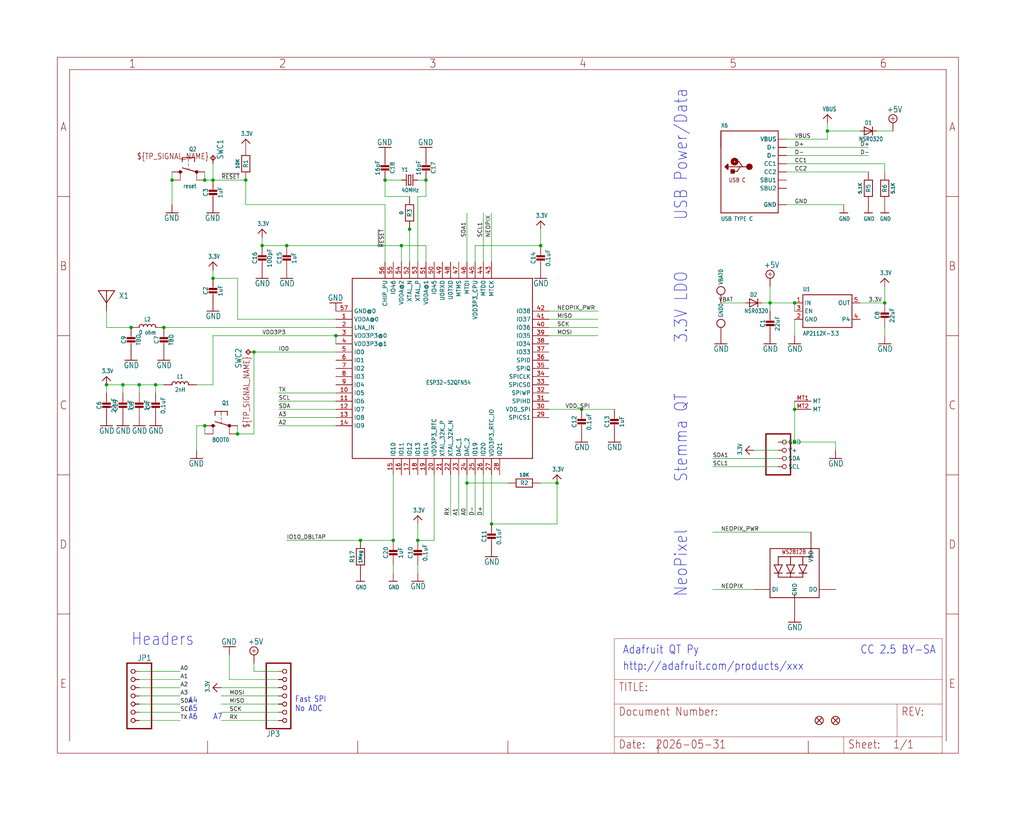
<source format=kicad_sch>
(kicad_sch (version 20230121) (generator eeschema)
  (paper "User" 317.5 254.127)
  (lib_symbols
    (symbol "working-eagle-import:+5V" (power)
      (property "Value" "+5V" (at -1.905 3.175 0))
      (symbol "+5V_1_0"
        (pin power_in line (at 0 -2.54 90) (length 2.54) (name "+5V") (number "1"))
      )
    )
    (symbol "working-eagle-import:3.3V" (power)
      (property "Value" "3.3V" (at -1.524 1.016 0))
      (symbol "3.3V_1_0"
        (pin power_in line (at 0 -2.54 90) (length 2.54) (name "3.3V") (number "1"))
      )
    )
    (symbol "working-eagle-import:ANTENNA_JOHANSON_2450AT18B100"
      (property "Reference" "X" (at 3.81 1.27 0))
      (symbol "ANTENNA_JOHANSON_2450AT18B100_1_0"
        (pin passive line (at 0 -2.54 90) (length 2.54) (name "P$1") (number "FP"))
      )
    )
    (symbol "working-eagle-import:CAP_CERAMIC0805-NOOUTLINE"
      (property "Reference" "C" (at -2.29 1.25 90))
      (symbol "CAP_CERAMIC0805-NOOUTLINE_1_0"
        (pin passive line (at 0 5.08 270) (length 2.54) (name "1") (number "1"))
        (pin passive line (at 0 -2.54 90) (length 2.54) (name "2") (number "2"))
      )
    )
    (symbol "working-eagle-import:CAP_CERAMIC_0402NO"
      (property "Reference" "C" (at -2.29 1.25 90))
      (symbol "CAP_CERAMIC_0402NO_1_0"
        (pin passive line (at 0 5.08 270) (length 2.54) (name "1") (number "1"))
        (pin passive line (at 0 -2.54 90) (length 2.54) (name "2") (number "2"))
      )
    )
    (symbol "working-eagle-import:CRYSTAL_2X1.6MM"
      (property "Reference" "Y" (at -2.54 2.54 0))
      (symbol "CRYSTAL_2X1.6MM_1_0"
        (pin passive line (at -2.54 0 0) (length 0) (name "1") (number "1"))
        (pin passive line (at 2.54 0 180) (length 0) (name "2") (number "3"))
      )
    )
    (symbol "working-eagle-import:DIODE_SOD323MINI"
      (property "Reference" "D" (at 0 2.54 0))
      (symbol "DIODE_SOD323MINI_1_0"
        (pin passive line (at -2.54 0 0) (length 2.54) (name "A") (number "A"))
        (pin passive line (at 2.54 0 180) (length 2.54) (name "C") (number "C"))
      )
    )
    (symbol "working-eagle-import:ESP32-S2QFN54"
      (symbol "ESP32-S2QFN54_1_0"
        (pin power_in line (at -33.02 15.24 0) (length 5.08) (name "VDDA@0") (number "1"))
        (pin bidirectional line (at -33.02 -7.62 0) (length 5.08) (name "IO5") (number "10"))
        (pin bidirectional line (at -33.02 -10.16 0) (length 5.08) (name "IO6") (number "11"))
        (pin bidirectional line (at -33.02 -12.7 0) (length 5.08) (name "IO7") (number "12"))
        (pin bidirectional line (at -33.02 -15.24 0) (length 5.08) (name "IO8") (number "13"))
        (pin bidirectional line (at -33.02 -17.78 0) (length 5.08) (name "IO9") (number "14"))
        (pin bidirectional line (at -15.24 -33.02 90) (length 5.08) (name "IO10") (number "15"))
        (pin bidirectional line (at -12.7 -33.02 90) (length 5.08) (name "IO11") (number "16"))
        (pin bidirectional line (at -10.16 -33.02 90) (length 5.08) (name "IO12") (number "17"))
        (pin bidirectional line (at -7.62 -33.02 90) (length 5.08) (name "IO13") (number "18"))
        (pin bidirectional line (at -5.08 -33.02 90) (length 5.08) (name "IO14") (number "19"))
        (pin bidirectional line (at -33.02 12.7 0) (length 5.08) (name "LNA_IN") (number "2"))
        (pin power_in line (at -2.54 -33.02 90) (length 5.08) (name "VDD3P3_RTC") (number "20"))
        (pin bidirectional line (at 0 -33.02 90) (length 5.08) (name "XTAL_32K_P") (number "21"))
        (pin bidirectional line (at 2.54 -33.02 90) (length 5.08) (name "XTAL_32K_N") (number "22"))
        (pin bidirectional line (at 5.08 -33.02 90) (length 5.08) (name "DAC_1") (number "23"))
        (pin bidirectional line (at 7.62 -33.02 90) (length 5.08) (name "DAC_2") (number "24"))
        (pin bidirectional line (at 10.16 -33.02 90) (length 5.08) (name "IO19") (number "25"))
        (pin bidirectional line (at 12.7 -33.02 90) (length 5.08) (name "IO20") (number "26"))
        (pin power_in line (at 15.24 -33.02 90) (length 5.08) (name "VDD3P3_RTC_IO") (number "27"))
        (pin bidirectional line (at 17.78 -33.02 90) (length 5.08) (name "IO21") (number "28"))
        (pin bidirectional line (at 33.02 -15.24 180) (length 5.08) (name "SPICS1") (number "29"))
        (pin power_in line (at -33.02 10.16 0) (length 5.08) (name "VDD3P3@0") (number "3"))
        (pin power_in line (at 33.02 -12.7 180) (length 5.08) (name "VDD_SPI") (number "30"))
        (pin bidirectional line (at 33.02 -10.16 180) (length 5.08) (name "SPIHD") (number "31"))
        (pin bidirectional line (at 33.02 -7.62 180) (length 5.08) (name "SPIWP") (number "32"))
        (pin bidirectional line (at 33.02 -5.08 180) (length 5.08) (name "SPICS0") (number "33"))
        (pin bidirectional line (at 33.02 -2.54 180) (length 5.08) (name "SPICLK") (number "34"))
        (pin bidirectional line (at 33.02 0 180) (length 5.08) (name "SPIQ") (number "35"))
        (pin bidirectional line (at 33.02 2.54 180) (length 5.08) (name "SPID") (number "36"))
        (pin bidirectional line (at 33.02 5.08 180) (length 5.08) (name "IO33") (number "37"))
        (pin bidirectional line (at 33.02 7.62 180) (length 5.08) (name "IO34") (number "38"))
        (pin bidirectional line (at 33.02 10.16 180) (length 5.08) (name "IO35") (number "39"))
        (pin power_in line (at -33.02 7.62 0) (length 5.08) (name "VDD3P3@1") (number "4"))
        (pin bidirectional line (at 33.02 12.7 180) (length 5.08) (name "IO36") (number "40"))
        (pin bidirectional line (at 33.02 15.24 180) (length 5.08) (name "IO37") (number "41"))
        (pin bidirectional line (at 33.02 17.78 180) (length 5.08) (name "IO38") (number "42"))
        (pin bidirectional line (at 15.24 33.02 270) (length 5.08) (name "MTCK") (number "43"))
        (pin bidirectional line (at 12.7 33.02 270) (length 5.08) (name "MTD0") (number "44"))
        (pin power_in line (at 10.16 33.02 270) (length 5.08) (name "VDD3P3_CPU") (number "45"))
        (pin bidirectional line (at 7.62 33.02 270) (length 5.08) (name "MTDI") (number "46"))
        (pin bidirectional line (at 5.08 33.02 270) (length 5.08) (name "MTMS") (number "47"))
        (pin bidirectional line (at 2.54 33.02 270) (length 5.08) (name "U0TXD") (number "48"))
        (pin bidirectional line (at 0 33.02 270) (length 5.08) (name "U0RXD") (number "49"))
        (pin bidirectional line (at -33.02 5.08 0) (length 5.08) (name "IO0") (number "5"))
        (pin bidirectional line (at -2.54 33.02 270) (length 5.08) (name "IO45") (number "50"))
        (pin power_in line (at -5.08 33.02 270) (length 5.08) (name "VDDA@1") (number "51"))
        (pin bidirectional line (at -10.16 33.02 270) (length 5.08) (name "XTAL_N") (number "52"))
        (pin bidirectional line (at -7.62 33.02 270) (length 5.08) (name "XTAL_P") (number "53"))
        (pin power_in line (at -12.7 33.02 270) (length 5.08) (name "VDDA@2") (number "54"))
        (pin input line (at -15.24 33.02 270) (length 5.08) (name "IO46") (number "55"))
        (pin input line (at -17.78 33.02 270) (length 5.08) (name "CHIP_PU") (number "56"))
        (pin power_in line (at -33.02 17.78 0) (length 5.08) (name "GND@0") (number "57"))
        (pin bidirectional line (at -33.02 2.54 0) (length 5.08) (name "IO1") (number "6"))
        (pin bidirectional line (at -33.02 0 0) (length 5.08) (name "IO2") (number "7"))
        (pin bidirectional line (at -33.02 -2.54 0) (length 5.08) (name "IO3") (number "8"))
        (pin bidirectional line (at -33.02 -5.08 0) (length 5.08) (name "IO4") (number "9"))
      )
    )
    (symbol "working-eagle-import:FIDUCIAL_1MM")
    (symbol "working-eagle-import:FRAME_A_L"
      (symbol "FRAME_A_L_1_0"
        (text "1" (at 23.2833 213.995 0) (effects (font (size 2.54 2.286))))
        (text "2" (at 69.85 213.995 0) (effects (font (size 2.54 2.286))))
        (text "3" (at 116.4167 213.995 0) (effects (font (size 2.54 2.286))))
        (text "4" (at 162.9833 213.995 0) (effects (font (size 2.54 2.286))))
        (text "5" (at 209.55 213.995 0) (effects (font (size 2.54 2.286))))
        (text "6" (at 256.1167 213.995 0) (effects (font (size 2.54 2.286))))
        (text "A" (at 1.905 194.31 0) (effects (font (size 2.54 2.286))))
        (text "A" (at 277.495 194.31 0) (effects (font (size 2.54 2.286))))
        (text "B" (at 1.905 151.13 0) (effects (font (size 2.54 2.286))))
        (text "B" (at 277.495 151.13 0) (effects (font (size 2.54 2.286))))
        (text "C" (at 1.905 107.95 0) (effects (font (size 2.54 2.286))))
        (text "C" (at 277.495 107.95 0) (effects (font (size 2.54 2.286))))
        (text "D" (at 1.905 64.77 0) (effects (font (size 2.54 2.286))))
        (text "D" (at 277.495 64.77 0) (effects (font (size 2.54 2.286))))
        (text "E" (at 1.905 21.59 0) (effects (font (size 2.54 2.286))))
        (text "E" (at 277.495 21.59 0) (effects (font (size 2.54 2.286))))
      )
      (symbol "FRAME_A_L_2_0"
        (text "${#}/${##}" (at 86.36 1.27 0) (effects (font (size 2.54 2.159)) (justify left bottom)))
        (text "${CURRENT_DATE}" (at 12.7 1.27 0) (effects (font (size 2.54 2.159)) (justify left bottom)))
        (text "${PROJECTNAME}" (at 17.78 19.05 0) (effects (font (size 2.54 2.159)) (justify left bottom)))
        (text "Date:" (at 1.27 1.27 0) (effects (font (size 2.54 2.159)) (justify left bottom)))
        (text "Document Number:" (at 1.27 11.43 0) (effects (font (size 2.54 2.159)) (justify left bottom)))
        (text "REV:" (at 88.9 11.43 0) (effects (font (size 2.54 2.159)) (justify left bottom)))
        (text "Sheet:" (at 72.39 1.27 0) (effects (font (size 2.54 2.159)) (justify left bottom)))
        (text "TITLE:" (at 1.27 19.05 0) (effects (font (size 2.54 2.159)) (justify left bottom)))
      )
    )
    (symbol "working-eagle-import:GND" (power)
      (property "Value" "GND" (at -2.54 -2.54 0))
      (symbol "GND_1_0"
        (pin power_in line (at 0 2.54 270) (length 2.54) (name "GND") (number "1"))
      )
    )
    (symbol "working-eagle-import:HEADER-1X7_CASTEL"
      (property "Reference" "JP" (at -6.35 10.795 0))
      (symbol "HEADER-1X7_CASTEL_1_0"
        (pin passive inverted (at -2.54 7.62 0) (length 2.54) (name "1") (number "1"))
        (pin passive inverted (at -2.54 7.62 0) (length 2.54) (name "1") (number "1C"))
        (pin passive inverted (at -2.54 5.08 0) (length 2.54) (name "2") (number "2"))
        (pin passive inverted (at -2.54 5.08 0) (length 2.54) (name "2") (number "2C"))
        (pin passive inverted (at -2.54 2.54 0) (length 2.54) (name "3") (number "3"))
        (pin passive inverted (at -2.54 2.54 0) (length 2.54) (name "3") (number "3C"))
        (pin passive inverted (at -2.54 0 0) (length 2.54) (name "4") (number "4"))
        (pin passive inverted (at -2.54 0 0) (length 2.54) (name "4") (number "4C"))
        (pin passive inverted (at -2.54 -2.54 0) (length 2.54) (name "5") (number "5"))
        (pin passive inverted (at -2.54 -2.54 0) (length 2.54) (name "5") (number "5C"))
        (pin passive inverted (at -2.54 -5.08 0) (length 2.54) (name "6") (number "6"))
        (pin passive inverted (at -2.54 -5.08 0) (length 2.54) (name "6") (number "6C"))
        (pin passive inverted (at -2.54 -7.62 0) (length 2.54) (name "7") (number "7"))
        (pin passive inverted (at -2.54 -7.62 0) (length 2.54) (name "7") (number "7C"))
      )
    )
    (symbol "working-eagle-import:INDUCTOR_0402"
      (property "Reference" "L" (at 0 2.54 0))
      (symbol "INDUCTOR_0402_1_0"
        (pin passive line (at -5.08 0 0) (length 2.54) (name "1") (number "1"))
        (pin passive line (at 5.08 0 180) (length 2.54) (name "2") (number "2"))
      )
    )
    (symbol "working-eagle-import:RESISTOR_0402NO"
      (property "Reference" "R" (at 0 2.54 0))
      (symbol "RESISTOR_0402NO_1_0"
        (pin passive line (at -5.08 0 0) (length 2.54) (name "1") (number "1"))
        (pin passive line (at 5.08 0 180) (length 2.54) (name "2") (number "2"))
      )
    )
    (symbol "working-eagle-import:STEMMA_I2C_QTSKINNY"
      (symbol "STEMMA_I2C_QTSKINNY_1_0"
        (pin passive inverted (at 0 5.08 0) (length 2.54) (name "GND") (number "1"))
        (pin passive inverted (at 0 2.54 0) (length 2.54) (name "V+") (number "2"))
        (pin passive inverted (at 0 0 0) (length 2.54) (name "SDA") (number "3"))
        (pin passive inverted (at 0 -2.54 0) (length 2.54) (name "SCL") (number "4"))
      )
      (symbol "STEMMA_I2C_QTSKINNY_2_0"
        (pin bidirectional line (at 0 0 0) (length 5.08) (name "MT") (number "MT1"))
      )
      (symbol "STEMMA_I2C_QTSKINNY_3_0"
        (pin bidirectional line (at 0 0 0) (length 5.08) (name "MT") (number "MT2"))
      )
    )
    (symbol "working-eagle-import:SWITCH_TACT_SMT4.6X2.8"
      (property "Reference" "SW" (at -2.54 6.35 0))
      (symbol "SWITCH_TACT_SMT4.6X2.8_1_0"
        (pin passive line (at -5.08 0 0) (length 2.54) (name "P") (number "A"))
        (pin passive line (at -5.08 -2.54 0) (length 2.54) (name "P1") (number "A'"))
        (pin passive line (at 5.08 0 180) (length 2.54) (name "S") (number "B"))
        (pin passive line (at 5.08 -2.54 180) (length 2.54) (name "S1") (number "B'"))
      )
    )
    (symbol "working-eagle-import:TESTPOINT_MINUS"
      (property "Reference" "TP" (at 0 5.588 90))
      (symbol "TESTPOINT_MINUS_1_0"
        (pin bidirectional line (at 0 0 90) (length 2.54) (name "P$1") (number "P$1"))
      )
    )
    (symbol "working-eagle-import:TESTPOINT_PLUS13"
      (property "Reference" "TP" (at 0 5.588 90))
      (symbol "TESTPOINT_PLUS13_1_0"
        (pin bidirectional line (at 0 0 90) (length 2.54) (name "P$1") (number "P$1"))
      )
    )
    (symbol "working-eagle-import:TPB1,27"
      (property "Reference" "TP" (at -1.27 1.27 0))
      (symbol "TPB1,27_1_0"
        (text "${TP_SIGNAL_NAME}" (at 1.27 -1.27 0) (effects (font (size 1.778 1.5113)) (justify left bottom)))
        (pin input line (at 0 -2.54 90) (length 2.54) (name "TP") (number "TP"))
      )
    )
    (symbol "working-eagle-import:USB_C"
      (property "Reference" "X" (at -10.16 13.716 0))
      (symbol "USB_C_1_0"
        (text "USB C" (at -5.08 -2.54 0) (effects (font (size 1.27 1.0795))))
        (pin power_in line (at 10.16 -10.16 180) (length 2.54) (name "GND") (number "A1B12"))
        (pin power_in line (at 10.16 10.16 180) (length 2.54) (name "VBUS") (number "A4B9"))
        (pin bidirectional line (at 10.16 2.54 180) (length 2.54) (name "CC1") (number "A5"))
        (pin bidirectional line (at 10.16 7.62 180) (length 2.54) (name "D+") (number "A6"))
        (pin bidirectional line (at 10.16 5.08 180) (length 2.54) (name "D-") (number "A7"))
        (pin bidirectional line (at 10.16 -2.54 180) (length 2.54) (name "SBU1") (number "A8"))
        (pin power_in line (at 10.16 -10.16 180) (length 2.54) (name "GND") (number "B1A12"))
        (pin power_in line (at 10.16 10.16 180) (length 2.54) (name "VBUS") (number "B4A9"))
        (pin bidirectional line (at 10.16 0 180) (length 2.54) (name "CC2") (number "B5"))
        (pin bidirectional line (at 10.16 7.62 180) (length 2.54) (name "D+") (number "B6"))
        (pin bidirectional line (at 10.16 5.08 180) (length 2.54) (name "D-") (number "B7"))
        (pin bidirectional line (at 10.16 -5.08 180) (length 2.54) (name "SBU2") (number "B8"))
      )
    )
    (symbol "working-eagle-import:VBUS" (power)
      (property "Value" "VBUS" (at -1.524 1.016 0))
      (symbol "VBUS_1_0"
        (pin power_in line (at 0 -2.54 90) (length 2.54) (name "VBUS") (number "1"))
      )
    )
    (symbol "working-eagle-import:VREG_SOT23-5"
      (property "Reference" "U" (at -7.62 6.096 0))
      (symbol "VREG_SOT23-5_1_0"
        (pin power_in line (at -10.16 2.54 0) (length 2.54) (name "IN") (number "1"))
        (pin power_in line (at -10.16 -2.54 0) (length 2.54) (name "GND") (number "2"))
        (pin input line (at -10.16 0 0) (length 2.54) (name "EN") (number "3"))
        (pin bidirectional line (at 10.16 -2.54 180) (length 2.54) (name "P4") (number "4"))
        (pin power_in line (at 10.16 2.54 180) (length 2.54) (name "OUT") (number "5"))
      )
    )
    (symbol "working-eagle-import:WS2812B_SK6805_1515"
      (symbol "WS2812B_SK6805_1515_1_0"
        (text "WS2812B" (at -4.064 8.382 0) (effects (font (size 1.27 1.0795)) (justify left bottom)))
        (pin input line (at -12.7 -2.54 0) (length 5.08) (name "DI") (number "1"))
        (pin power_in line (at 5.08 15.24 270) (length 5.08) (name "VDD") (number "2"))
        (pin output line (at 12.7 -2.54 180) (length 5.08) (name "DO") (number "3"))
        (pin power_in line (at 0 -10.16 90) (length 5.08) (name "GND") (number "4"))
      )
    )
    (symbol "working-eagle-import:microbuilder_GND" (power)
      (property "Value" "microbuilder_GND" (at -1.524 -2.54 0))
      (symbol "microbuilder_GND_1_0"
        (pin power_in line (at 0 2.54 270) (length 2.54) (name "GND") (number "1"))
      )
    )
  )
  (junction (at 238.76 93.98))
  (junction (at 132.08 55.88))
  (junction (at 66.04 55.88))
  (junction (at 76.2 55.88))
  (junction (at 104.14 104.14))
  (junction (at 119.38 55.88))
  (junction (at 63.5 55.88))
  (junction (at 111.76 167.64))
  (junction (at 40.64 101.6))
  (junction (at 152.4 162.56))
  (junction (at 274.32 93.98))
  (junction (at 172.72 149.86))
  (junction (at 33.02 119.38))
  (junction (at 73.66 134.62))
  (junction (at 43.18 119.38))
  (junction (at 50.8 101.6))
  (junction (at 256.54 40.64))
  (junction (at 38.1 119.38))
  (junction (at 121.92 167.64))
  (junction (at 48.26 119.38))
  (junction (at 63.5 132.08))
  (junction (at 144.78 149.86))
  (junction (at 180.34 127))
  (junction (at 78.74 109.22))
  (junction (at 88.9 76.2))
  (junction (at 66.04 86.36))
  (junction (at 127 71.12))
  (junction (at 246.38 137.16))
  (junction (at 81.28 76.2))
  (junction (at 124.46 76.2))
  (junction (at 53.34 55.88))
  (junction (at 167.64 76.2))
  (junction (at 246.38 127))
  (junction (at 246.38 93.98))
  (junction (at 129.54 167.64))
  (wire (pts (xy 48.26 119.38) (xy 48.26 121.92)) (stroke (width 0.1524)))
  (wire (pts (xy 76.2 55.88) (xy 76.2 63.5)) (stroke (width 0.1524)))
  (wire (pts (xy 55.88 208.28) (xy 43.18 208.28)) (stroke (width 0.1524)))
  (wire (pts (xy 152.4 162.56) (xy 172.72 162.56)) (stroke (width 0.1524)))
  (wire (pts (xy 266.7 93.98) (xy 274.32 93.98)) (stroke (width 0.1524)))
  (wire (pts (xy 86.36 210.82) (xy 71.12 210.82)) (stroke (width 0.1524)))
  (wire (pts (xy 144.78 149.86) (xy 157.48 149.86)) (stroke (width 0.1524)))
  (wire (pts (xy 129.54 167.64) (xy 134.62 167.64)) (stroke (width 0.1524)))
  (wire (pts (xy 274.32 50.8) (xy 274.32 53.34)) (stroke (width 0.1524)))
  (wire (pts (xy 73.66 134.62) (xy 78.74 134.62)) (stroke (width 0.1524)))
  (wire (pts (xy 66.04 50.8) (xy 66.04 55.88)) (stroke (width 0.1524)))
  (wire (pts (xy 134.62 167.64) (xy 134.62 147.32)) (stroke (width 0.1524)))
  (wire (pts (xy 48.26 119.38) (xy 43.18 119.38)) (stroke (width 0.1524)))
  (wire (pts (xy 86.36 129.54) (xy 104.14 129.54)) (stroke (width 0.1524)))
  (wire (pts (xy 238.76 88.9) (xy 238.76 93.98)) (stroke (width 0.1524)))
  (wire (pts (xy 66.04 83.82) (xy 66.04 86.36)) (stroke (width 0.1524)))
  (wire (pts (xy 55.88 218.44) (xy 43.18 218.44)) (stroke (width 0.1524)))
  (wire (pts (xy 78.74 208.28) (xy 78.74 205.74)) (stroke (width 0.1524)))
  (wire (pts (xy 147.32 81.28) (xy 147.32 76.2)) (stroke (width 0.1524)))
  (wire (pts (xy 251.46 165.1) (xy 220.98 165.1)) (stroke (width 0.1524)))
  (wire (pts (xy 259.08 137.16) (xy 259.08 139.7)) (stroke (width 0.1524)))
  (wire (pts (xy 60.96 139.7) (xy 60.96 132.08)) (stroke (width 0.1524)))
  (wire (pts (xy 241.3 139.7) (xy 233.68 139.7)) (stroke (width 0.1524)))
  (wire (pts (xy 43.18 223.52) (xy 55.88 223.52)) (stroke (width 0.1524)))
  (wire (pts (xy 86.36 213.36) (xy 68.58 213.36)) (stroke (width 0.1524)))
  (wire (pts (xy 170.18 104.14) (xy 185.42 104.14)) (stroke (width 0.1524)))
  (wire (pts (xy 256.54 40.64) (xy 266.7 40.64)) (stroke (width 0.1524)))
  (wire (pts (xy 144.78 81.28) (xy 144.78 66.04)) (stroke (width 0.1524)))
  (wire (pts (xy 132.08 76.2) (xy 124.46 76.2)) (stroke (width 0.1524)))
  (wire (pts (xy 246.38 127) (xy 246.38 137.16)) (stroke (width 0.1524)))
  (wire (pts (xy 73.66 132.08) (xy 73.66 134.62)) (stroke (width 0.1524)))
  (wire (pts (xy 86.36 220.98) (xy 68.58 220.98)) (stroke (width 0.1524)))
  (wire (pts (xy 53.34 53.34) (xy 53.34 55.88)) (stroke (width 0.1524)))
  (wire (pts (xy 243.84 50.8) (xy 274.32 50.8)) (stroke (width 0.1524)))
  (wire (pts (xy 238.76 93.98) (xy 246.38 93.98)) (stroke (width 0.1524)))
  (wire (pts (xy 243.84 53.34) (xy 269.24 53.34)) (stroke (width 0.1524)))
  (wire (pts (xy 86.36 223.52) (xy 68.58 223.52)) (stroke (width 0.1524)))
  (wire (pts (xy 86.36 124.46) (xy 104.14 124.46)) (stroke (width 0.1524)))
  (wire (pts (xy 147.32 160.02) (xy 147.32 147.32)) (stroke (width 0.1524)))
  (wire (pts (xy 167.64 76.2) (xy 167.64 71.12)) (stroke (width 0.1524)))
  (wire (pts (xy 38.1 119.38) (xy 33.02 119.38)) (stroke (width 0.1524)))
  (wire (pts (xy 71.12 210.82) (xy 71.12 203.2)) (stroke (width 0.1524)))
  (wire (pts (xy 170.18 127) (xy 180.34 127)) (stroke (width 0.1524)))
  (wire (pts (xy 121.92 147.32) (xy 121.92 167.64)) (stroke (width 0.1524)))
  (wire (pts (xy 274.32 88.9) (xy 274.32 93.98)) (stroke (width 0.1524)))
  (wire (pts (xy 241.3 137.16) (xy 246.38 137.16)) (stroke (width 0.1524)))
  (wire (pts (xy 86.36 208.28) (xy 78.74 208.28)) (stroke (width 0.1524)))
  (wire (pts (xy 78.74 134.62) (xy 78.74 109.22)) (stroke (width 0.1524)))
  (wire (pts (xy 86.36 121.92) (xy 104.14 121.92)) (stroke (width 0.1524)))
  (wire (pts (xy 129.54 60.96) (xy 132.08 60.96)) (stroke (width 0.1524)))
  (wire (pts (xy 66.04 119.38) (xy 60.96 119.38)) (stroke (width 0.1524)))
  (wire (pts (xy 33.02 101.6) (xy 33.02 96.52)) (stroke (width 0.1524)))
  (wire (pts (xy 274.32 104.14) (xy 274.32 101.6)) (stroke (width 0.1524)))
  (wire (pts (xy 50.8 119.38) (xy 48.26 119.38)) (stroke (width 0.1524)))
  (wire (pts (xy 243.84 48.26) (xy 269.24 48.26)) (stroke (width 0.1524)))
  (wire (pts (xy 88.9 76.2) (xy 124.46 76.2)) (stroke (width 0.1524)))
  (wire (pts (xy 246.38 96.52) (xy 246.38 93.98)) (stroke (width 0.1524)))
  (wire (pts (xy 170.18 96.52) (xy 185.42 96.52)) (stroke (width 0.1524)))
  (wire (pts (xy 223.52 93.98) (xy 231.14 93.98)) (stroke (width 0.1524)))
  (wire (pts (xy 63.5 55.88) (xy 66.04 55.88)) (stroke (width 0.1524)))
  (wire (pts (xy 127 71.12) (xy 127 68.58)) (stroke (width 0.1524)))
  (wire (pts (xy 147.32 76.2) (xy 167.64 76.2)) (stroke (width 0.1524)))
  (wire (pts (xy 63.5 55.88) (xy 63.5 53.34)) (stroke (width 0.1524)))
  (wire (pts (xy 104.14 109.22) (xy 78.74 109.22)) (stroke (width 0.1524)))
  (wire (pts (xy 60.96 132.08) (xy 63.5 132.08)) (stroke (width 0.1524)))
  (wire (pts (xy 53.34 63.5) (xy 53.34 55.88)) (stroke (width 0.1524)))
  (wire (pts (xy 243.84 45.72) (xy 269.24 45.72)) (stroke (width 0.1524)))
  (wire (pts (xy 172.72 162.56) (xy 172.72 149.86)) (stroke (width 0.1524)))
  (wire (pts (xy 170.18 99.06) (xy 185.42 99.06)) (stroke (width 0.1524)))
  (wire (pts (xy 127 81.28) (xy 127 71.12)) (stroke (width 0.1524)))
  (wire (pts (xy 40.64 101.6) (xy 33.02 101.6)) (stroke (width 0.1524)))
  (wire (pts (xy 246.38 137.16) (xy 259.08 137.16)) (stroke (width 0.1524)))
  (wire (pts (xy 246.38 99.06) (xy 246.38 104.14)) (stroke (width 0.1524)))
  (wire (pts (xy 86.36 218.44) (xy 68.58 218.44)) (stroke (width 0.1524)))
  (wire (pts (xy 43.18 215.9) (xy 55.88 215.9)) (stroke (width 0.1524)))
  (wire (pts (xy 144.78 160.02) (xy 144.78 149.86)) (stroke (width 0.1524)))
  (wire (pts (xy 86.36 215.9) (xy 68.58 215.9)) (stroke (width 0.1524)))
  (wire (pts (xy 121.92 177.8) (xy 121.92 175.26)) (stroke (width 0.1524)))
  (wire (pts (xy 104.14 104.14) (xy 66.04 104.14)) (stroke (width 0.1524)))
  (wire (pts (xy 236.22 93.98) (xy 238.76 93.98)) (stroke (width 0.1524)))
  (wire (pts (xy 233.68 182.88) (xy 220.98 182.88)) (stroke (width 0.1524)))
  (wire (pts (xy 132.08 60.96) (xy 132.08 55.88)) (stroke (width 0.1524)))
  (wire (pts (xy 144.78 149.86) (xy 144.78 147.32)) (stroke (width 0.1524)))
  (wire (pts (xy 180.34 127) (xy 190.5 127)) (stroke (width 0.1524)))
  (wire (pts (xy 81.28 73.66) (xy 81.28 76.2)) (stroke (width 0.1524)))
  (wire (pts (xy 149.86 160.02) (xy 149.86 147.32)) (stroke (width 0.1524)))
  (wire (pts (xy 167.64 149.86) (xy 172.72 149.86)) (stroke (width 0.1524)))
  (wire (pts (xy 246.38 124.46) (xy 246.38 127)) (stroke (width 0.1524)))
  (wire (pts (xy 73.66 99.06) (xy 73.66 86.36)) (stroke (width 0.1524)))
  (wire (pts (xy 73.66 86.36) (xy 66.04 86.36)) (stroke (width 0.1524)))
  (wire (pts (xy 256.54 43.18) (xy 243.84 43.18)) (stroke (width 0.1524)))
  (wire (pts (xy 139.7 147.32) (xy 139.7 160.02)) (stroke (width 0.1524)))
  (wire (pts (xy 271.78 40.64) (xy 276.86 40.64)) (stroke (width 0.1524)))
  (wire (pts (xy 261.62 63.5) (xy 243.84 63.5)) (stroke (width 0.1524)))
  (wire (pts (xy 129.54 177.8) (xy 129.54 175.26)) (stroke (width 0.1524)))
  (wire (pts (xy 142.24 160.02) (xy 142.24 147.32)) (stroke (width 0.1524)))
  (wire (pts (xy 132.08 55.88) (xy 129.54 55.88)) (stroke (width 0.1524)))
  (wire (pts (xy 256.54 40.64) (xy 256.54 43.18)) (stroke (width 0.1524)))
  (wire (pts (xy 50.8 101.6) (xy 104.14 101.6)) (stroke (width 0.1524)))
  (wire (pts (xy 127 60.96) (xy 119.38 60.96)) (stroke (width 0.1524)))
  (wire (pts (xy 152.4 147.32) (xy 152.4 162.56)) (stroke (width 0.1524)))
  (wire (pts (xy 43.18 220.98) (xy 55.88 220.98)) (stroke (width 0.1524)))
  (wire (pts (xy 132.08 81.28) (xy 132.08 76.2)) (stroke (width 0.1524)))
  (wire (pts (xy 86.36 132.08) (xy 104.14 132.08)) (stroke (width 0.1524)))
  (wire (pts (xy 149.86 66.04) (xy 149.86 81.28)) (stroke (width 0.1524)))
  (wire (pts (xy 152.4 81.28) (xy 152.4 66.04)) (stroke (width 0.1524)))
  (wire (pts (xy 124.46 76.2) (xy 124.46 81.28)) (stroke (width 0.1524)))
  (wire (pts (xy 256.54 38.1) (xy 256.54 40.64)) (stroke (width 0.1524)))
  (wire (pts (xy 238.76 96.52) (xy 238.76 93.98)) (stroke (width 0.1524)))
  (wire (pts (xy 33.02 121.92) (xy 33.02 119.38)) (stroke (width 0.1524)))
  (wire (pts (xy 241.3 142.24) (xy 220.98 142.24)) (stroke (width 0.1524)))
  (wire (pts (xy 121.92 167.64) (xy 111.76 167.64)) (stroke (width 0.1524)))
  (wire (pts (xy 129.54 162.56) (xy 129.54 167.64)) (stroke (width 0.1524)))
  (wire (pts (xy 66.04 55.88) (xy 76.2 55.88)) (stroke (width 0.1524)))
  (wire (pts (xy 86.36 127) (xy 104.14 127)) (stroke (width 0.1524)))
  (wire (pts (xy 111.76 167.64) (xy 88.9 167.64)) (stroke (width 0.1524)))
  (wire (pts (xy 241.3 144.78) (xy 220.98 144.78)) (stroke (width 0.1524)))
  (wire (pts (xy 104.14 104.14) (xy 104.14 106.68)) (stroke (width 0.1524)))
  (wire (pts (xy 124.46 55.88) (xy 119.38 55.88)) (stroke (width 0.1524)))
  (wire (pts (xy 43.18 210.82) (xy 55.88 210.82)) (stroke (width 0.1524)))
  (wire (pts (xy 43.18 121.92) (xy 43.18 119.38)) (stroke (width 0.1524)))
  (wire (pts (xy 129.54 81.28) (xy 129.54 60.96)) (stroke (width 0.1524)))
  (wire (pts (xy 119.38 60.96) (xy 119.38 55.88)) (stroke (width 0.1524)))
  (wire (pts (xy 63.5 134.62) (xy 63.5 132.08)) (stroke (width 0.1524)))
  (wire (pts (xy 119.38 63.5) (xy 119.38 81.28)) (stroke (width 0.1524)))
  (wire (pts (xy 170.18 101.6) (xy 185.42 101.6)) (stroke (width 0.1524)))
  (wire (pts (xy 104.14 99.06) (xy 73.66 99.06)) (stroke (width 0.1524)))
  (wire (pts (xy 43.18 119.38) (xy 38.1 119.38)) (stroke (width 0.1524)))
  (wire (pts (xy 55.88 213.36) (xy 43.18 213.36)) (stroke (width 0.1524)))
  (wire (pts (xy 76.2 63.5) (xy 119.38 63.5)) (stroke (width 0.1524)))
  (wire (pts (xy 81.28 76.2) (xy 88.9 76.2)) (stroke (width 0.1524)))
  (wire (pts (xy 38.1 121.92) (xy 38.1 119.38)) (stroke (width 0.1524)))
  (wire (pts (xy 66.04 104.14) (xy 66.04 119.38)) (stroke (width 0.1524)))
  (text "http://adafruit.com/products/xxx" (at 193.04 208.28 0) (effects (font (size 2.54 2.159)) (justify left bottom)))
  (text "Stemma QT" (at 213.36 149.86 90) (effects (font (size 3.81 3.2385)) (justify left bottom)))
  (text "3.3V LDO" (at 213.36 106.68 90) (effects (font (size 3.81 3.2385)) (justify left bottom)))
  (text "A6" (at 58.42 223.52 0) (effects (font (size 1.778 1.5113)) (justify left bottom)))
  (text "A7" (at 66.04 223.52 0) (effects (font (size 1.778 1.5113)) (justify left bottom)))
  (text "Headers" (at 40.64 200.66 0) (effects (font (size 3.81 3.2385)) (justify left bottom)))
  (text "A4" (at 58.42 218.44 0) (effects (font (size 1.778 1.5113)) (justify left bottom)))
  (text "A5" (at 58.42 220.98 0) (effects (font (size 1.778 1.5113)) (justify left bottom)))
  (text "NeoPixel" (at 213.36 185.42 90) (effects (font (size 3.81 3.2385)) (justify left bottom)))
  (text "USB Power/Data" (at 213.36 68.58 90) (effects (font (size 3.81 3.2385)) (justify left bottom)))
  (text "Adafruit QT Py" (at 193.04 203.2 0) (effects (font (size 2.54 2.159)) (justify left bottom)))
  (text "CC 2.5 BY-SA" (at 266.7 203.2 0) (effects (font (size 2.54 2.159)) (justify left bottom)))
  (text "Fast SPI\nNo ADC" (at 91.44 220.98 0) (effects (font (size 1.778 1.5113)) (justify left bottom)))
  (label "RX" (at 139.7 160.02 90) (effects (font (size 1.2446 1.2446))))
  (label "A2" (at 55.88 213.36 0) (effects (font (size 1.2446 1.2446))))
  (label "D-" (at 147.32 160.02 90) (effects (font (size 1.2446 1.2446))))
  (label "A0" (at 144.78 160.02 90) (effects (font (size 1.2446 1.2446))))
  (label "A3" (at 86.36 129.54 0) (effects (font (size 1.2446 1.2446))))
  (label "SCK" (at 172.72 101.6 0) (effects (font (size 1.2446 1.2446))))
  (label "NEOPIX_PWR" (at 223.52 165.1 0) (effects (font (size 1.2446 1.2446))))
  (label "MISO" (at 71.12 218.44 0) (effects (font (size 1.2446 1.2446))))
  (label "SCK" (at 71.12 220.98 0) (effects (font (size 1.2446 1.2446))))
  (label "MISO" (at 172.72 99.06 0) (effects (font (size 1.2446 1.2446))))
  (label "A1" (at 55.88 210.82 0) (effects (font (size 1.2446 1.2446))))
  (label "VDD_SPI" (at 175.26 127 0) (effects (font (size 1.2446 1.2446))))
  (label "SCL" (at 55.88 220.98 0) (effects (font (size 1.2446 1.2446))))
  (label "SCL1" (at 149.86 73.66 90) (effects (font (size 1.2446 1.2446))))
  (label "D+" (at 266.7 45.72 0) (effects (font (size 1.2446 1.2446))))
  (label "A3" (at 55.88 215.9 0) (effects (font (size 1.2446 1.2446))))
  (label "SDA" (at 86.36 127 0) (effects (font (size 1.2446 1.2446))))
  (label "D-" (at 246.38 48.26 0) (effects (font (size 1.2446 1.2446))))
  (label "VBUS" (at 246.38 43.18 0) (effects (font (size 1.2446 1.2446))))
  (label "MOSI" (at 71.12 215.9 0) (effects (font (size 1.2446 1.2446))))
  (label "SDA" (at 55.88 218.44 0) (effects (font (size 1.2446 1.2446))))
  (label "SDA1" (at 220.98 142.24 0) (effects (font (size 1.2446 1.2446))))
  (label "CC2" (at 246.38 53.34 0) (effects (font (size 1.2446 1.2446))))
  (label "D+" (at 246.38 45.72 0) (effects (font (size 1.2446 1.2446))))
  (label "A0" (at 55.88 208.28 0) (effects (font (size 1.2446 1.2446))))
  (label "SCL1" (at 220.98 144.78 0) (effects (font (size 1.2446 1.2446))))
  (label "VBAT" (at 227.33 93.98 180) (effects (font (size 1.2446 1.2446))))
  (label "NEOPIX_PWR" (at 172.72 96.52 0) (effects (font (size 1.2446 1.2446))))
  (label "VDD3P3" (at 81.28 104.14 0) (effects (font (size 1.2446 1.2446))))
  (label "GND" (at 246.38 63.5 0) (effects (font (size 1.2446 1.2446))))
  (label "CC1" (at 246.38 50.8 0) (effects (font (size 1.2446 1.2446))))
  (label "A1" (at 142.24 160.02 90) (effects (font (size 1.2446 1.2446))))
  (label "TX" (at 55.88 223.52 0) (effects (font (size 1.2446 1.2446))))
  (label "~{RESET}" (at 68.58 55.88 0) (effects (font (size 1.2446 1.2446))))
  (label "MOSI" (at 172.72 104.14 0) (effects (font (size 1.2446 1.2446))))
  (label "SCL" (at 86.36 124.46 0) (effects (font (size 1.2446 1.2446))))
  (label "3.3V" (at 269.24 93.98 0) (effects (font (size 1.2446 1.2446))))
  (label "RX" (at 71.12 223.52 0) (effects (font (size 1.2446 1.2446))))
  (label "SDA1" (at 144.78 73.66 90) (effects (font (size 1.2446 1.2446))))
  (label "TX" (at 86.36 121.92 0) (effects (font (size 1.2446 1.2446))))
  (label "NEOPIX" (at 223.52 182.88 0) (effects (font (size 1.2446 1.2446))))
  (label "IO0" (at 86.36 109.22 0) (effects (font (size 1.2446 1.2446))))
  (label "D-" (at 266.7 48.26 0) (effects (font (size 1.2446 1.2446))))
  (label "NEOPIX" (at 152.4 73.66 90) (effects (font (size 1.2446 1.2446))))
  (label "A2" (at 86.36 132.08 0) (effects (font (size 1.2446 1.2446))))
  (label "D+" (at 149.86 160.02 90) (effects (font (size 1.2446 1.2446))))
  (label "~{RESET}" (at 119.38 76.835 90) (effects (font (size 1.2446 1.2446))))
  (label "IO10_DBLTAP" (at 88.9 167.64 0) (effects (font (size 1.2446 1.2446))))
  (symbol (lib_id "working-eagle-import:CAP_CERAMIC_0402NO") (at 40.64 106.68 0) (unit 1)
    (property "Reference" "C9" (at 38.35 105.43 90))
    (property "Value" "TBD" (at 42.94 105.43 90))
    (property "Footprint" "working:_0402NO" (effects hide))
  )
  (symbol (lib_id "working-eagle-import:VREG_SOT23-5") (at 256.54 96.52 0) (unit 1)
    (property "Reference" "U1" (at 248.92 90.424 0) (effects (font (size 1.27 1.0795)) (justify left bottom)))
    (property "Value" "AP2112K-3.3" (at 248.92 104.14 0) (effects (font (size 1.27 1.0795)) (justify left bottom)))
    (property "Footprint" "working:SOT23-5" (effects hide))
  )
  (symbol (lib_id "working-eagle-import:FRAME_A_L") (at 190.5 233.68 0) (unit 2)
    (property "Reference" "#FRAME1" (effects hide))
    (property "Value" "FRAME_A_L" (effects hide))
  )
  (symbol (lib_id "working-eagle-import:GND") (at 40.64 111.76 0) (mirror y) (unit 1)
    (property "Reference" "#GND15" (effects hide))
    (property "Value" "GND" (at 43.18 114.3 0) (effects (font (size 1.778 1.5113)) (justify left bottom)))
  )
  (symbol (lib_id "working-eagle-import:+5V") (at 238.76 86.36 0) (unit 1)
    (property "Reference" "#SUPPLY1" (effects hide))
    (property "Value" "+5V" (at 236.855 83.185 0) (effects (font (size 1.778 1.5113)) (justify left bottom)))
  )
  (symbol (lib_id "working-eagle-import:ANTENNA_JOHANSON_2450AT18B100") (at 33.02 93.98 0) (unit 1)
    (property "Reference" "X1" (at 36.83 92.71 0) (effects (font (size 1.778 1.5113)) (justify left bottom)))
    (property "Value" "ANTENNA_JOHANSON_2450AT18B100" (effects hide))
    (property "Footprint" "working:ANT_2450AT18B100" (effects hide))
  )
  (symbol (lib_id "working-eagle-import:GND") (at 53.34 66.04 0) (unit 1)
    (property "Reference" "#GND14" (effects hide))
    (property "Value" "GND" (at 50.8 68.58 0) (effects (font (size 1.778 1.5113)) (justify left bottom)))
  )
  (symbol (lib_id "working-eagle-import:GND") (at 38.1 132.08 0) (mirror y) (unit 1)
    (property "Reference" "#GND18" (effects hide))
    (property "Value" "GND" (at 40.64 134.62 0) (effects (font (size 1.778 1.5113)) (justify left bottom)))
  )
  (symbol (lib_id "working-eagle-import:RESISTOR_0402NO") (at 111.76 172.72 90) (unit 1)
    (property "Reference" "R17" (at 109.22 172.72 0))
    (property "Value" "1Meg" (at 111.76 172.72 0) (effects (font (size 1.016 1.016) bold)))
    (property "Footprint" "working:_0402NO" (effects hide))
  )
  (symbol (lib_id "working-eagle-import:TPB1,27") (at 66.04 48.26 0) (mirror y) (unit 1)
    (property "Reference" "SWC1" (at 67.31 49.53 90) (effects (font (size 1.778 1.5113)) (justify left bottom)))
    (property "Value" "TPB1,27" (effects hide))
    (property "Footprint" "working:B1,27" (effects hide))
  )
  (symbol (lib_id "working-eagle-import:GND") (at 152.4 172.72 0) (mirror y) (unit 1)
    (property "Reference" "#GND19" (effects hide))
    (property "Value" "GND" (at 154.94 175.26 0) (effects (font (size 1.778 1.5113)) (justify left bottom)))
  )
  (symbol (lib_id "working-eagle-import:+5V") (at 276.86 38.1 0) (unit 1)
    (property "Reference" "#SUPPLY2" (effects hide))
    (property "Value" "+5V" (at 274.955 34.925 0) (effects (font (size 1.778 1.5113)) (justify left bottom)))
  )
  (symbol (lib_id "working-eagle-import:microbuilder_GND") (at 121.92 180.34 0) (unit 1)
    (property "Reference" "#U$40" (effects hide))
    (property "Value" "GND" (at 120.396 182.88 0) (effects (font (size 1.27 1.0795)) (justify left bottom)))
  )
  (symbol (lib_id "working-eagle-import:3.3V") (at 274.32 86.36 0) (unit 1)
    (property "Reference" "#U$16" (effects hide))
    (property "Value" "3.3V" (at 272.796 85.344 0) (effects (font (size 1.27 1.0795)) (justify left bottom)))
  )
  (symbol (lib_id "working-eagle-import:3.3V") (at 129.54 160.02 0) (unit 1)
    (property "Reference" "#U$20" (effects hide))
    (property "Value" "3.3V" (at 128.016 159.004 0) (effects (font (size 1.27 1.0795)) (justify left bottom)))
  )
  (symbol (lib_id "working-eagle-import:microbuilder_GND") (at 269.24 66.04 0) (unit 1)
    (property "Reference" "#U$9" (effects hide))
    (property "Value" "GND" (at 267.716 68.58 0) (effects (font (size 1.27 1.0795)) (justify left bottom)))
  )
  (symbol (lib_id "working-eagle-import:GND") (at 43.18 132.08 0) (mirror y) (unit 1)
    (property "Reference" "#GND11" (effects hide))
    (property "Value" "GND" (at 45.72 134.62 0) (effects (font (size 1.778 1.5113)) (justify left bottom)))
  )
  (symbol (lib_id "working-eagle-import:GND") (at 88.9 86.36 0) (mirror y) (unit 1)
    (property "Reference" "#GND24" (effects hide))
    (property "Value" "GND" (at 91.44 88.9 0) (effects (font (size 1.778 1.5113)) (justify left bottom)))
  )
  (symbol (lib_id "working-eagle-import:RESISTOR_0402NO") (at 269.24 58.42 90) (unit 1)
    (property "Reference" "R5" (at 269.24 58.42 0))
    (property "Value" "5.1K" (at 266.7 58.42 0) (effects (font (size 1.016 1.016) bold)))
    (property "Footprint" "working:_0402NO" (effects hide))
  )
  (symbol (lib_id "working-eagle-import:CAP_CERAMIC_0402NO") (at 88.9 81.28 0) (unit 1)
    (property "Reference" "C15" (at 86.61 80.03 90))
    (property "Value" "1uF" (at 91.2 80.03 90))
    (property "Footprint" "working:_0402NO" (effects hide))
  )
  (symbol (lib_id "working-eagle-import:TESTPOINT_PLUS13") (at 223.52 93.98 0) (unit 1)
    (property "Reference" "VBAT0" (at 223.52 88.392 90) (effects (font (size 1.27 1.0795)) (justify left)))
    (property "Value" "TESTPOINT_PLUS13" (effects hide))
    (property "Footprint" "working:TESTPOINT_PLUS_1X3MM" (effects hide))
  )
  (symbol (lib_id "working-eagle-import:TESTPOINT_MINUS") (at 223.52 104.14 0) (unit 1)
    (property "Reference" "GND0" (at 223.52 98.552 90) (effects (font (size 1.27 1.0795)) (justify left)))
    (property "Value" "TESTPOINT_MINUS" (effects hide))
    (property "Footprint" "working:TESTPOINT_MINUS_1X3MM" (effects hide))
  )
  (symbol (lib_id "working-eagle-import:FRAME_A_L") (at 17.78 233.68 0) (unit 1)
    (property "Reference" "#FRAME1" (effects hide))
    (property "Value" "FRAME_A_L" (effects hide))
  )
  (symbol (lib_id "working-eagle-import:WS2812B_SK6805_1515") (at 246.38 180.34 0) (unit 1)
    (property "Reference" "LED1" (effects hide))
    (property "Value" "WS2812B_SK6805_1515" (effects hide))
    (property "Footprint" "working:SK6805_1515" (effects hide))
  )
  (symbol (lib_id "working-eagle-import:STEMMA_I2C_QTSKINNY") (at 246.38 127 0) (unit 3)
    (property "Reference" "CONN1" (effects hide))
    (property "Value" "STEMMA_I2C_QTSKINNY" (effects hide))
    (property "Footprint" "working:JST_SH4_SKINNY" (effects hide))
  )
  (symbol (lib_id "working-eagle-import:GND") (at 274.32 106.68 0) (mirror y) (unit 1)
    (property "Reference" "#GND12" (effects hide))
    (property "Value" "GND" (at 276.86 109.22 0) (effects (font (size 1.778 1.5113)) (justify left bottom)))
  )
  (symbol (lib_id "working-eagle-import:3.3V") (at 231.14 139.7 90) (unit 1)
    (property "Reference" "#U$2" (effects hide))
    (property "Value" "3.3V" (at 230.124 141.224 0) (effects (font (size 1.27 1.0795)) (justify left bottom)))
  )
  (symbol (lib_id "working-eagle-import:DIODE_SOD323MINI") (at 233.68 93.98 0) (unit 1)
    (property "Reference" "D2" (at 233.68 91.44 0) (effects (font (size 1.27 1.0795))))
    (property "Value" "  NSR0320" (at 233.68 96.48 0) (effects (font (size 1.27 1.0795))))
    (property "Footprint" "working:SOD-323_MINI" (effects hide))
  )
  (symbol (lib_id "working-eagle-import:microbuilder_GND") (at 274.32 66.04 0) (unit 1)
    (property "Reference" "#U$14" (effects hide))
    (property "Value" "GND" (at 272.796 68.58 0) (effects (font (size 1.27 1.0795)) (justify left bottom)))
  )
  (symbol (lib_id "working-eagle-import:+5V") (at 78.74 203.2 0) (unit 1)
    (property "Reference" "#SUPPLY3" (effects hide))
    (property "Value" "+5V" (at 76.835 200.025 0) (effects (font (size 1.778 1.5113)) (justify left bottom)))
  )
  (symbol (lib_id "working-eagle-import:CAP_CERAMIC_0402NO") (at 121.92 172.72 0) (unit 1)
    (property "Reference" "C20" (at 119.63 171.47 90))
    (property "Value" "1uF" (at 124.22 171.47 90))
    (property "Footprint" "working:_0402NO" (effects hide))
  )
  (symbol (lib_id "working-eagle-import:microbuilder_GND") (at 261.62 66.04 0) (unit 1)
    (property "Reference" "#U$1" (effects hide))
    (property "Value" "GND" (at 260.096 68.58 0) (effects (font (size 1.27 1.0795)) (justify left bottom)))
  )
  (symbol (lib_id "working-eagle-import:GND") (at 132.08 45.72 0) (mirror x) (unit 1)
    (property "Reference" "#GND26" (effects hide))
    (property "Value" "GND" (at 129.54 43.18 0) (effects (font (size 1.778 1.5113)) (justify left bottom)))
  )
  (symbol (lib_id "working-eagle-import:CAP_CERAMIC_0402NO") (at 190.5 132.08 0) (unit 1)
    (property "Reference" "C13" (at 188.21 130.83 90))
    (property "Value" "1uF" (at 192.8 130.83 90))
    (property "Footprint" "working:_0402NO" (effects hide))
  )
  (symbol (lib_id "working-eagle-import:GND") (at 119.38 45.72 0) (mirror x) (unit 1)
    (property "Reference" "#GND25" (effects hide))
    (property "Value" "GND" (at 116.84 43.18 0) (effects (font (size 1.778 1.5113)) (justify left bottom)))
  )
  (symbol (lib_id "working-eagle-import:GND") (at 190.5 137.16 0) (mirror y) (unit 1)
    (property "Reference" "#GND21" (effects hide))
    (property "Value" "GND" (at 193.04 139.7 0) (effects (font (size 1.778 1.5113)) (justify left bottom)))
  )
  (symbol (lib_id "working-eagle-import:GND") (at 180.34 137.16 0) (mirror y) (unit 1)
    (property "Reference" "#GND20" (effects hide))
    (property "Value" "GND" (at 182.88 139.7 0) (effects (font (size 1.778 1.5113)) (justify left bottom)))
  )
  (symbol (lib_id "working-eagle-import:CAP_CERAMIC_0402NO") (at 50.8 106.68 0) (unit 1)
    (property "Reference" "C7" (at 48.51 105.43 90))
    (property "Value" "TBD" (at 53.1 105.43 90))
    (property "Footprint" "working:_0402NO" (effects hide))
  )
  (symbol (lib_id "working-eagle-import:HEADER-1X7_CASTEL") (at 88.9 215.9 0) (mirror x) (unit 1)
    (property "Reference" "JP3" (at 82.55 226.695 0) (effects (font (size 1.778 1.5113)) (justify left bottom)))
    (property "Value" "HEADER-1X7_CASTEL" (effects hide))
    (property "Footprint" "working:1X07_CASTEL" (effects hide))
  )
  (symbol (lib_id "working-eagle-import:GND") (at 71.12 200.66 0) (mirror x) (unit 1)
    (property "Reference" "#GND2" (effects hide))
    (property "Value" "GND" (at 68.58 198.12 0) (effects (font (size 1.778 1.5113)) (justify left bottom)))
  )
  (symbol (lib_id "working-eagle-import:3.3V") (at 167.64 68.58 0) (unit 1)
    (property "Reference" "#U$23" (effects hide))
    (property "Value" "3.3V" (at 166.116 67.564 0) (effects (font (size 1.27 1.0795)) (justify left bottom)))
  )
  (symbol (lib_id "working-eagle-import:GND") (at 66.04 96.52 0) (mirror y) (unit 1)
    (property "Reference" "#GND5" (effects hide))
    (property "Value" "GND" (at 68.58 99.06 0) (effects (font (size 1.778 1.5113)) (justify left bottom)))
  )
  (symbol (lib_id "working-eagle-import:VBUS") (at 256.54 35.56 0) (unit 1)
    (property "Reference" "#U$5" (effects hide))
    (property "Value" "VBUS" (at 255.016 34.544 0) (effects (font (size 1.27 1.0795)) (justify left bottom)))
  )
  (symbol (lib_id "working-eagle-import:ESP32-S2QFN54") (at 137.16 114.3 0) (unit 1)
    (property "Reference" "U$15" (effects hide))
    (property "Value" "ESP32-S2QFN54" (at 132.08 119.38 0) (effects (font (size 1.27 1.0795)) (justify left bottom)))
    (property "Footprint" "working:QFN56_7X7" (effects hide))
  )
  (symbol (lib_id "working-eagle-import:RESISTOR_0402NO") (at 274.32 58.42 90) (unit 1)
    (property "Reference" "R6" (at 274.32 58.42 0))
    (property "Value" "5.1K" (at 276.86 58.42 0) (effects (font (size 1.016 1.016) bold)))
    (property "Footprint" "working:_0402NO" (effects hide))
  )
  (symbol (lib_id "working-eagle-import:FIDUCIAL_1MM") (at 254 223.52 0) (unit 1)
    (property "Reference" "U$8" (effects hide))
    (property "Value" "FIDUCIAL_1MM" (effects hide))
    (property "Footprint" "working:FIDUCIAL_1MM" (effects hide))
  )
  (symbol (lib_id "working-eagle-import:3.3V") (at 76.2 43.18 0) (unit 1)
    (property "Reference" "#U$4" (effects hide))
    (property "Value" "3.3V" (at 74.676 42.164 0) (effects (font (size 1.27 1.0795)) (justify left bottom)))
  )
  (symbol (lib_id "working-eagle-import:CAP_CERAMIC_0402NO") (at 43.18 127 0) (unit 1)
    (property "Reference" "C5" (at 40.89 125.75 90))
    (property "Value" "1uF" (at 45.48 125.75 90))
    (property "Footprint" "working:_0402NO" (effects hide))
  )
  (symbol (lib_id "working-eagle-import:FIDUCIAL_1MM") (at 259.08 223.52 0) (unit 1)
    (property "Reference" "U$6" (effects hide))
    (property "Value" "FIDUCIAL_1MM" (effects hide))
    (property "Footprint" "working:FIDUCIAL_1MM" (effects hide))
  )
  (symbol (lib_id "working-eagle-import:GND") (at 33.02 132.08 0) (mirror y) (unit 1)
    (property "Reference" "#GND10" (effects hide))
    (property "Value" "GND" (at 35.56 134.62 0) (effects (font (size 1.778 1.5113)) (justify left bottom)))
  )
  (symbol (lib_id "working-eagle-import:3.3V") (at 172.72 147.32 0) (unit 1)
    (property "Reference" "#U$21" (effects hide))
    (property "Value" "3.3V" (at 171.196 146.304 0) (effects (font (size 1.27 1.0795)) (justify left bottom)))
  )
  (symbol (lib_id "working-eagle-import:DIODE_SOD323MINI") (at 269.24 40.64 0) (unit 1)
    (property "Reference" "D1" (at 269.24 38.1 0) (effects (font (size 1.27 1.0795))))
    (property "Value" "  NSR0320" (at 269.24 43.14 0) (effects (font (size 1.27 1.0795))))
    (property "Footprint" "working:SOD-323_MINI" (effects hide))
  )
  (symbol (lib_id "working-eagle-import:RESISTOR_0402NO") (at 76.2 50.8 270) (unit 1)
    (property "Reference" "R1" (at 76.2 50.8 0))
    (property "Value" "10K" (at 73.66 50.8 0) (effects (font (size 1.016 1.016) bold)))
    (property "Footprint" "working:_0402NO" (effects hide))
  )
  (symbol (lib_id "working-eagle-import:USB_C") (at 233.68 53.34 0) (unit 1)
    (property "Reference" "X6" (at 223.52 39.624 0) (effects (font (size 1.27 1.0795)) (justify left bottom)))
    (property "Value" "USB TYPE C" (at 223.52 68.58 0) (effects (font (size 1.27 1.0795)) (justify left bottom)))
    (property "Footprint" "working:USB_C_CUSB31-CFM2AX-01-X" (effects hide))
  )
  (symbol (lib_id "working-eagle-import:CRYSTAL_2X1.6MM") (at 127 55.88 0) (unit 1)
    (property "Reference" "Y1" (at 124.46 53.34 0) (effects (font (size 1.27 1.0795)) (justify left bottom)))
    (property "Value" "40MHz" (at 124.46 59.69 0) (effects (font (size 1.27 1.0795)) (justify left bottom)))
    (property "Footprint" "working:CRYSTAL_2X1.6" (effects hide))
  )
  (symbol (lib_id "working-eagle-import:INDUCTOR_0402") (at 55.88 119.38 0) (unit 1)
    (property "Reference" "L1" (at 55.88 116.84 0) (effects (font (size 1.27 1.0795))))
    (property "Value" "2nH" (at 55.88 120.92 0) (effects (font (size 1.27 1.0795))))
    (property "Footprint" "working:_0402" (effects hide))
  )
  (symbol (lib_id "working-eagle-import:SWITCH_TACT_SMT4.6X2.8") (at 58.42 53.34 0) (mirror y) (unit 1)
    (property "Reference" "Q2" (at 60.96 46.99 0) (effects (font (size 1.27 1.0795)) (justify left bottom)))
    (property "Value" "reset" (at 60.96 58.42 0) (effects (font (size 1.27 1.0795)) (justify left bottom)))
    (property "Footprint" "working:BTN_KMR2_4.6X2.8" (effects hide))
  )
  (symbol (lib_id "working-eagle-import:3.3V") (at 33.02 116.84 0) (unit 1)
    (property "Reference" "#U$19" (effects hide))
    (property "Value" "3.3V" (at 31.496 115.824 0) (effects (font (size 1.27 1.0795)) (justify left bottom)))
  )
  (symbol (lib_id "working-eagle-import:CAP_CERAMIC_0402NO") (at 81.28 81.28 0) (unit 1)
    (property "Reference" "C16" (at 78.99 80.03 90))
    (property "Value" "100pF" (at 83.58 80.03 90))
    (property "Footprint" "working:_0402NO" (effects hide))
  )
  (symbol (lib_id "working-eagle-import:CAP_CERAMIC_0402NO") (at 132.08 50.8 180) (unit 1)
    (property "Reference" "C17" (at 134.37 52.05 90))
    (property "Value" "16pF" (at 129.78 52.05 90))
    (property "Footprint" "working:_0402NO" (effects hide))
  )
  (symbol (lib_id "working-eagle-import:CAP_CERAMIC_0402NO") (at 152.4 167.64 0) (unit 1)
    (property "Reference" "C11" (at 150.11 166.39 90))
    (property "Value" "0.1uF" (at 154.7 166.39 90))
    (property "Footprint" "working:_0402NO" (effects hide))
  )
  (symbol (lib_id "working-eagle-import:GND") (at 129.54 180.34 0) (mirror y) (unit 1)
    (property "Reference" "#GND17" (effects hide))
    (property "Value" "GND" (at 132.08 182.88 0) (effects (font (size 1.778 1.5113)) (justify left bottom)))
  )
  (symbol (lib_id "working-eagle-import:GND") (at 50.8 111.76 0) (mirror y) (unit 1)
    (property "Reference" "#GND16" (effects hide))
    (property "Value" "GND" (at 53.34 114.3 0) (effects (font (size 1.778 1.5113)) (justify left bottom)))
  )
  (symbol (lib_id "working-eagle-import:TPB1,27") (at 76.2 109.22 90) (mirror x) (unit 1)
    (property "Reference" "SWC2" (at 74.93 107.95 0) (effects (font (size 1.778 1.5113)) (justify left bottom)))
    (property "Value" "TPB1,27" (effects hide))
    (property "Footprint" "working:B1,27" (effects hide))
  )
  (symbol (lib_id "working-eagle-import:CAP_CERAMIC_0402NO") (at 119.38 50.8 180) (unit 1)
    (property "Reference" "C18" (at 121.67 52.05 90))
    (property "Value" "16pF" (at 117.08 52.05 90))
    (property "Footprint" "working:_0402NO" (effects hide))
  )
  (symbol (lib_id "working-eagle-import:RESISTOR_0402NO") (at 127 66.04 270) (unit 1)
    (property "Reference" "R3" (at 127 66.04 0))
    (property "Value" "0" (at 124.46 66.04 0) (effects (font (size 1.016 1.016) bold)))
    (property "Footprint" "working:_0402NO" (effects hide))
  )
  (symbol (lib_id "working-eagle-import:3.3V") (at 66.04 213.36 90) (unit 1)
    (property "Reference" "#U$10" (effects hide))
    (property "Value" "3.3V" (at 65.024 214.884 0) (effects (font (size 1.27 1.0795)) (justify left bottom)))
  )
  (symbol (lib_id "working-eagle-import:SWITCH_TACT_SMT4.6X2.8") (at 68.58 132.08 0) (mirror y) (unit 1)
    (property "Reference" "Q1" (at 71.12 125.73 0) (effects (font (size 1.27 1.0795)) (justify left bottom)))
    (property "Value" "BOOT0" (at 71.12 137.16 0) (effects (font (size 1.27 1.0795)) (justify left bottom)))
    (property "Footprint" "working:BTN_KMR2_4.6X2.8" (effects hide))
  )
  (symbol (lib_id "working-eagle-import:CAP_CERAMIC_0402NO") (at 129.54 172.72 0) (unit 1)
    (property "Reference" "C10" (at 127.25 171.47 90))
    (property "Value" "0.1uF" (at 131.84 171.47 90))
    (property "Footprint" "working:_0402NO" (effects hide))
  )
  (symbol (lib_id "working-eagle-import:CAP_CERAMIC_0402NO") (at 180.34 132.08 0) (unit 1)
    (property "Reference" "C12" (at 178.05 130.83 90))
    (property "Value" "0.1uF" (at 182.64 130.83 90))
    (property "Footprint" "working:_0402NO" (effects hide))
  )
  (symbol (lib_id "working-eagle-import:3.3V") (at 81.28 71.12 0) (unit 1)
    (property "Reference" "#U$24" (effects hide))
    (property "Value" "3.3V" (at 79.756 70.104 0) (effects (font (size 1.27 1.0795)) (justify left bottom)))
  )
  (symbol (lib_id "working-eagle-import:CAP_CERAMIC_0402NO") (at 38.1 127 0) (unit 1)
    (property "Reference" "C19" (at 35.81 125.75 90))
    (property "Value" "1uF" (at 40.4 125.75 90))
    (property "Footprint" "working:_0402NO" (effects hide))
  )
  (symbol (lib_id "working-eagle-import:GND") (at 238.76 106.68 0) (mirror y) (unit 1)
    (property "Reference" "#GND3" (effects hide))
    (property "Value" "GND" (at 241.3 109.22 0) (effects (font (size 1.778 1.5113)) (justify left bottom)))
  )
  (symbol (lib_id "working-eagle-import:GND") (at 246.38 106.68 0) (mirror y) (unit 1)
    (property "Reference" "#GND1" (effects hide))
    (property "Value" "GND" (at 248.92 109.22 0) (effects (font (size 1.778 1.5113)) (justify left bottom)))
  )
  (symbol (lib_id "working-eagle-import:CAP_CERAMIC_0402NO") (at 48.26 127 0) (unit 1)
    (property "Reference" "C4" (at 45.97 125.75 90))
    (property "Value" "0.1uF" (at 50.56 125.75 90))
    (property "Footprint" "working:_0402NO" (effects hide))
  )
  (symbol (lib_id "working-eagle-import:INDUCTOR_0402") (at 45.72 101.6 0) (unit 1)
    (property "Reference" "L2" (at 45.72 99.06 0) (effects (font (size 1.27 1.0795))))
    (property "Value" "0 ohm" (at 45.72 103.14 0) (effects (font (size 1.27 1.0795))))
    (property "Footprint" "working:_0402" (effects hide))
  )
  (symbol (lib_id "working-eagle-import:STEMMA_I2C_QTSKINNY") (at 246.38 124.46 0) (unit 2)
    (property "Reference" "CONN1" (effects hide))
    (property "Value" "STEMMA_I2C_QTSKINNY" (effects hide))
    (property "Footprint" "working:JST_SH4_SKINNY" (effects hide))
  )
  (symbol (lib_id "working-eagle-import:GND") (at 66.04 66.04 0) (unit 1)
    (property "Reference" "#GND4" (effects hide))
    (property "Value" "GND" (at 63.5 68.58 0) (effects (font (size 1.778 1.5113)) (justify left bottom)))
  )
  (symbol (lib_id "working-eagle-import:CAP_CERAMIC_0402NO") (at 66.04 60.96 0) (unit 1)
    (property "Reference" "C3" (at 63.75 59.71 90))
    (property "Value" "1uF" (at 68.34 59.71 90))
    (property "Footprint" "working:_0402NO" (effects hide))
  )
  (symbol (lib_id "working-eagle-import:GND") (at 48.26 132.08 0) (mirror y) (unit 1)
    (property "Reference" "#GND13" (effects hide))
    (property "Value" "GND" (at 50.8 134.62 0) (effects (font (size 1.778 1.5113)) (justify left bottom)))
  )
  (symbol (lib_id "working-eagle-import:3.3V") (at 66.04 81.28 0) (unit 1)
    (property "Reference" "#U$17" (effects hide))
    (property "Value" "3.3V" (at 64.516 80.264 0) (effects (font (size 1.27 1.0795)) (justify left bottom)))
  )
  (symbol (lib_id "working-eagle-import:CAP_CERAMIC_0402NO") (at 66.04 91.44 0) (unit 1)
    (property "Reference" "C2" (at 63.75 90.19 90))
    (property "Value" "1uF" (at 68.34 90.19 90))
    (property "Footprint" "working:_0402NO" (effects hide))
  )
  (symbol (lib_id "working-eagle-import:GND") (at 60.96 142.24 0) (unit 1)
    (property "Reference" "#GND7" (effects hide))
    (property "Value" "GND" (at 58.42 144.78 0) (effects (font (size 1.778 1.5113)) (justify left bottom)))
  )
  (symbol (lib_id "working-eagle-import:CAP_CERAMIC_0402NO") (at 167.64 81.28 0) (unit 1)
    (property "Reference" "C14" (at 165.35 80.03 90))
    (property "Value" "0.1uF" (at 169.94 80.03 90))
    (property "Footprint" "working:_0402NO" (effects hide))
  )
  (symbol (lib_id "working-eagle-import:GND") (at 104.14 93.98 0) (mirror x) (unit 1)
    (property "Reference" "#GND9" (effects hide))
    (property "Value" "GND" (at 101.6 91.44 0) (effects (font (size 1.778 1.5113)) (justify left bottom)))
  )
  (symbol (lib_id "working-eagle-import:GND") (at 81.28 86.36 0) (mirror y) (unit 1)
    (property "Reference" "#GND23" (effects hide))
    (property "Value" "GND" (at 83.82 88.9 0) (effects (font (size 1.778 1.5113)) (justify left bottom)))
  )
  (symbol (lib_id "working-eagle-import:microbuilder_GND") (at 111.76 180.34 0) (unit 1)
    (property "Reference" "#U$26" (effects hide))
    (property "Value" "GND" (at 110.236 182.88 0) (effects (font (size 1.27 1.0795)) (justify left bottom)))
  )
  (symbol (lib_id "working-eagle-import:GND") (at 167.64 86.36 0) (mirror y) (unit 1)
    (property "Reference" "#GND22" (effects hide))
    (property "Value" "GND" (at 170.18 88.9 0) (effects (font (size 1.778 1.5113)) (justify left bottom)))
  )
  (symbol (lib_id "working-eagle-import:GND") (at 223.52 106.68 0) (mirror y) (unit 1)
    (property "Reference" "#GND27" (effects hide))
    (property "Value" "GND" (at 226.06 109.22 0) (effects (font (size 1.778 1.5113)) (justify left bottom)))
  )
  (symbol (lib_id "working-eagle-import:HEADER-1X7_CASTEL") (at 40.64 215.9 0) (mirror y) (unit 1)
    (property "Reference" "JP1" (at 46.99 205.105 0) (effects (font (size 1.778 1.5113)) (justify left bottom)))
    (property "Value" "HEADER-1X7_CASTEL" (effects hide))
    (property "Footprint" "working:1X07_CASTEL" (effects hide))
  )
  (symbol (lib_id "working-eagle-import:RESISTOR_0402NO") (at 162.56 149.86 180) (unit 1)
    (property "Reference" "R2" (at 162.56 149.86 0))
    (property "Value" "10K" (at 162.56 147.32 0) (effects (font (size 1.016 1.016) bold)))
    (property "Footprint" "working:_0402NO" (effects hide))
  )
  (symbol (lib_id "working-eagle-import:CAP_CERAMIC0805-NOOUTLINE") (at 274.32 99.06 0) (unit 1)
    (property "Reference" "C8" (at 272.03 97.81 90))
    (property "Value" "22uF" (at 276.62 97.81 90))
    (property "Footprint" "working:0805-NO" (effects hide))
  )
  (symbol (lib_id "working-eagle-import:STEMMA_I2C_QTSKINNY") (at 241.3 142.24 0) (unit 1)
    (property "Reference" "CONN1" (effects hide))
    (property "Value" "STEMMA_I2C_QTSKINNY" (effects hide))
    (property "Footprint" "working:JST_SH4_SKINNY" (effects hide))
  )
  (symbol (lib_id "working-eagle-import:CAP_CERAMIC0805-NOOUTLINE") (at 33.02 127 0) (unit 1)
    (property "Reference" "C6" (at 30.73 125.75 90))
    (property "Value" "22uF" (at 35.32 125.75 90))
    (property "Footprint" "working:0805-NO" (effects hide))
  )
  (symbol (lib_id "working-eagle-import:CAP_CERAMIC0805-NOOUTLINE") (at 238.76 101.6 0) (unit 1)
    (property "Reference" "C1" (at 236.47 100.35 90))
    (property "Value" "22uF" (at 241.06 100.35 90))
    (property "Footprint" "working:0805-NO" (effects hide))
  )
  (symbol (lib_id "working-eagle-import:GND") (at 259.08 142.24 0) (mirror y) (unit 1)
    (property "Reference" "#GND8" (effects hide))
    (property "Value" "GND" (at 261.62 144.78 0) (effects (font (size 1.778 1.5113)) (justify left bottom)))
  )
  (symbol (lib_id "working-eagle-import:GND") (at 246.38 193.04 0) (mirror y) (unit 1)
    (property "Reference" "#GND6" (effects hide))
    (property "Value" "GND" (at 248.92 195.58 0) (effects (font (size 1.778 1.5113)) (justify left bottom)))
  )
)
</source>
